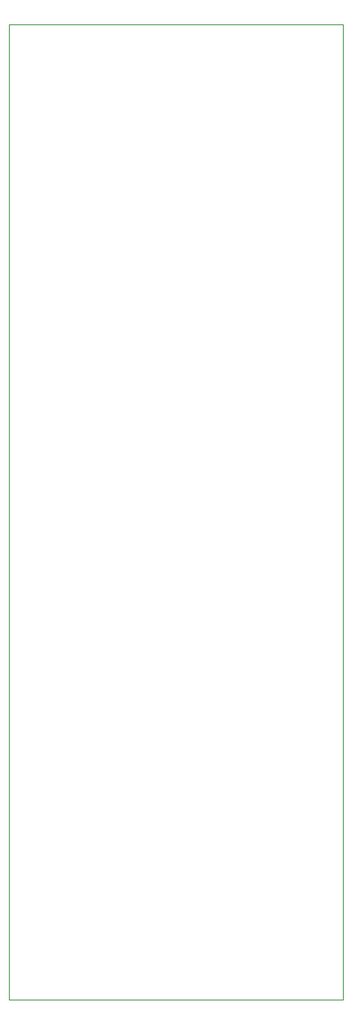
<source format=gm1>
G04 #@! TF.GenerationSoftware,KiCad,Pcbnew,(7.0.0)*
G04 #@! TF.CreationDate,2023-04-01T00:53:13+02:00*
G04 #@! TF.ProjectId,ED060SC4-eink-connector,45443036-3053-4433-942d-65696e6b2d63,rev?*
G04 #@! TF.SameCoordinates,Original*
G04 #@! TF.FileFunction,Profile,NP*
%FSLAX46Y46*%
G04 Gerber Fmt 4.6, Leading zero omitted, Abs format (unit mm)*
G04 Created by KiCad (PCBNEW (7.0.0)) date 2023-04-01 00:53:13*
%MOMM*%
%LPD*%
G01*
G04 APERTURE LIST*
G04 #@! TA.AperFunction,Profile*
%ADD10C,0.038100*%
G04 #@! TD*
G04 APERTURE END LIST*
D10*
X104775000Y-39370000D02*
X139700000Y-39370000D01*
X139700000Y-39370000D02*
X139700000Y-140970000D01*
X139700000Y-140970000D02*
X104775000Y-140970000D01*
X104775000Y-140970000D02*
X104775000Y-39370000D01*
M02*

</source>
